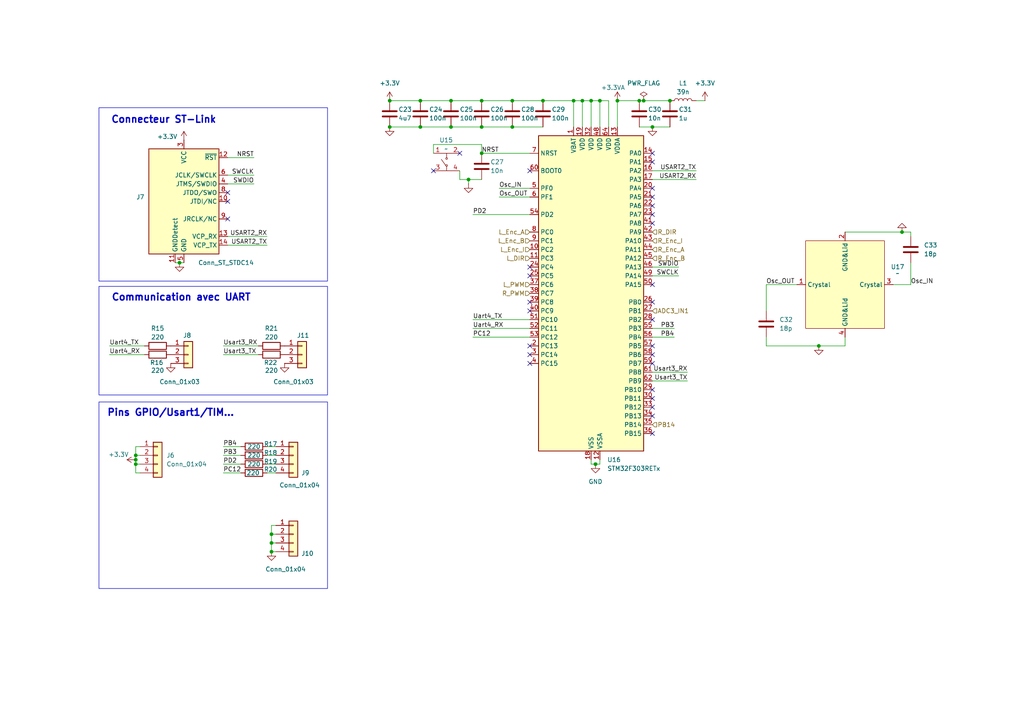
<source format=kicad_sch>
(kicad_sch (version 20250114) (generator "eeschema") (generator_version "9.0")
  (paper "A4")
  (lib_symbols
    (symbol "CFPX-104-oscillator:CFPX-104-8MHz-wurth"
      (property "Reference" "U" (at 0 0 0))
      (symbol "CFPX-104-8MHz-wurth_1_1"
        (rectangle (start -11.43 12.7) (end 11.43 -12.7) (fill (type color) (color 255 255 194 1)))
        (pin bidirectional line (at -13.97 0 0) (length 2.54) (name "Crystal") (number "1"))
        (pin power_in line (at 0 15.24 270) (length 2.54) (name "GND&Lid") (number "2"))
        (pin power_in line (at 0 -15.24 90) (length 2.54) (name "GND&Lid") (number "4"))
        (pin bidirectional line (at 13.97 0 180) (length 2.54) (name "Crystal") (number "3"))
      )
    )
    (symbol "Connector:Conn_ST_STDC14"
      (property "Reference" "J" (at -8.89 16.51 0))
      (property "Value" "Conn_ST_STDC14" (at 17.78 16.51 0))
      (symbol "Conn_ST_STDC14_0_1"
        (rectangle (start -10.16 15.24) (end 10.16 -15.24) (stroke (width 0.254)) (fill (type background)))
      )
      (symbol "Conn_ST_STDC14_1_1"
        (pin no_connect line (at -10.16 5.08 0) (length 2.54) (hide yes) (name "NC") (number "1"))
        (pin no_connect line (at -10.16 2.54 0) (length 2.54) (hide yes) (name "NC") (number "2"))
        (pin passive line (at -2.54 -17.78 90) (length 2.54) (name "GNDDetect") (number "11"))
        (pin power_in line (at 0 17.78 270) (length 2.54) (name "VCC") (number "3"))
        (pin power_in line (at 0 -17.78 90) (length 2.54) (name "GND") (number "5"))
        (pin passive line (at 0 -17.78 90) (length 2.54) (hide yes) (name "GND") (number "7"))
        (pin open_collector line (at 12.7 12.7 180) (length 2.54) (name "~{RST}") (number "12"))
        (pin output line (at 12.7 7.62 180) (length 2.54) (name "JCLK/SWCLK") (number "6"))
        (pin bidirectional line (at 12.7 5.08 180) (length 2.54) (name "JTMS/SWDIO") (number "4"))
        (pin input line (at 12.7 2.54 180) (length 2.54) (name "JTDO/SWO") (number "8"))
        (pin output line (at 12.7 0 180) (length 2.54) (name "JTDI/NC") (number "10"))
        (pin input line (at 12.7 -5.08 180) (length 2.54) (name "JRCLK/NC") (number "9"))
        (pin output line (at 12.7 -10.16 180) (length 2.54) (name "VCP_RX") (number "13"))
        (pin input line (at 12.7 -12.7 180) (length 2.54) (name "VCP_TX") (number "14"))
      )
    )
    (symbol "Connector_Generic:Conn_01x03" (pin_names (offset 1.016) (hide yes))
      (property "Reference" "J" (at 0 5.08 0))
      (property "Value" "Conn_01x03" (at 0 -5.08 0))
      (symbol "Conn_01x03_1_1"
        (rectangle (start -1.27 3.81) (end 1.27 -3.81) (stroke (width 0.254)) (fill (type background)))
        (rectangle (start -1.27 2.667) (end 0 2.413) (stroke (width 0.1524)))
        (rectangle (start -1.27 0.127) (end 0 -0.127) (stroke (width 0.1524)))
        (rectangle (start -1.27 -2.413) (end 0 -2.667) (stroke (width 0.1524)))
        (pin passive line (at -5.08 2.54 0) (length 3.81) (name "Pin_1") (number "1"))
        (pin passive line (at -5.08 0 0) (length 3.81) (name "Pin_2") (number "2"))
        (pin passive line (at -5.08 -2.54 0) (length 3.81) (name "Pin_3") (number "3"))
      )
    )
    (symbol "Connector_Generic:Conn_01x04" (pin_names (offset 1.016) (hide yes))
      (property "Reference" "J" (at 0 5.08 0))
      (property "Value" "Conn_01x04" (at 0 -7.62 0))
      (symbol "Conn_01x04_1_1"
        (rectangle (start -1.27 3.81) (end 1.27 -6.35) (stroke (width 0.254)) (fill (type background)))
        (rectangle (start -1.27 2.667) (end 0 2.413) (stroke (width 0.1524)))
        (rectangle (start -1.27 0.127) (end 0 -0.127) (stroke (width 0.1524)))
        (rectangle (start -1.27 -2.413) (end 0 -2.667) (stroke (width 0.1524)))
        (rectangle (start -1.27 -4.953) (end 0 -5.207) (stroke (width 0.1524)))
        (pin passive line (at -5.08 2.54 0) (length 3.81) (name "Pin_1") (number "1"))
        (pin passive line (at -5.08 0 0) (length 3.81) (name "Pin_2") (number "2"))
        (pin passive line (at -5.08 -2.54 0) (length 3.81) (name "Pin_3") (number "3"))
        (pin passive line (at -5.08 -5.08 0) (length 3.81) (name "Pin_4") (number "4"))
      )
    )
    (symbol "Device:C" (pin_numbers (hide yes)) (pin_names (offset 0.254))
      (property "Reference" "C" (at 0.635 2.54 0))
      (property "Value" "C" (at 0.635 -2.54 0))
      (symbol "C_0_1"
        (polyline (pts (xy -2.032 0.762) (xy 2.032 0.762)) (stroke (width 0.508)))
        (polyline (pts (xy -2.032 -0.762) (xy 2.032 -0.762)) (stroke (width 0.508)))
      )
      (symbol "C_1_1"
        (pin passive line (at 0 3.81 270) (length 2.794) (name "~") (number "1"))
        (pin passive line (at 0 -3.81 90) (length 2.794) (name "~") (number "2"))
      )
    )
    (symbol "Device:L" (pin_numbers (hide yes)) (pin_names (offset 1.016) (hide yes))
      (property "Reference" "L" (at -1.27 0 90))
      (property "Value" "L" (at 1.905 0 90))
      (symbol "L_0_1"
        (arc (start 0 2.54) (mid 0.6323 1.905) (end 0 1.27))
        (arc (start 0 1.27) (mid 0.6323 0.635) (end 0 0))
        (arc (start 0 0) (mid 0.6323 -0.635) (end 0 -1.27))
        (arc (start 0 -1.27) (mid 0.6323 -1.905) (end 0 -2.54))
      )
      (symbol "L_1_1"
        (pin passive line (at 0 3.81 270) (length 1.27) (name "1") (number "1"))
        (pin passive line (at 0 -3.81 90) (length 1.27) (name "2") (number "2"))
      )
    )
    (symbol "Device:R" (pin_numbers (hide yes)) (pin_names (offset 0))
      (property "Reference" "R" (at 2.032 0 90))
      (property "Value" "R" (at 0 0 90))
      (symbol "R_0_1"
        (rectangle (start -1.016 -2.54) (end 1.016 2.54) (stroke (width 0.254)))
      )
      (symbol "R_1_1"
        (pin passive line (at 0 3.81 270) (length 1.27) (name "~") (number "1"))
        (pin passive line (at 0 -3.81 90) (length 1.27) (name "~") (number "2"))
      )
    )
    (symbol "Generic_Switch:Switch_SMD"
      (property "Reference" "U" (at 0 -3.81 0))
      (symbol "Switch_SMD_0_1"
        (polyline (pts (xy 0 2.54) (xy 0 1.27)))
        (circle (center 0 1.016) (radius 0.254))
        (circle (center 0 -1.016) (radius 0.254))
        (polyline (pts (xy 0 -1.27) (xy 0 -2.54)))
        (polyline (pts (xy 0.254 1.016) (xy 1.524 -0.762)))
        (polyline (pts (xy 1.27 2.54) (xy -1.27 2.54)))
        (polyline (pts (xy 1.27 -2.54) (xy -1.27 -2.54)))
      )
      (symbol "Switch_SMD_1_1"
        (pin bidirectional line (at -3.81 2.54 0) (length 2.54) (name "") (number "4"))
        (pin bidirectional line (at -3.81 -2.54 0) (length 2.54) (name "") (number "2"))
        (pin bidirectional line (at 3.81 2.54 180) (length 2.54) (name "") (number "3"))
        (pin bidirectional line (at 3.81 -2.54 180) (length 2.54) (name "") (number "1"))
      )
    )
    (symbol "MCU_ST_STM32F3:STM32F303RETx"
      (property "Reference" "U" (at -15.24 46.99 0))
      (property "Value" "STM32F303RETx" (at 10.16 46.99 0))
      (symbol "STM32F303RETx_0_1"
        (rectangle (start -15.24 -45.72) (end 15.24 45.72) (stroke (width 0.254)) (fill (type background)))
      )
      (symbol "STM32F303RETx_1_1"
        (pin input line (at -17.78 40.64 0) (length 2.54) (name "NRST") (number "7"))
        (pin input line (at -17.78 35.56 0) (length 2.54) (name "BOOT0") (number "60"))
        (pin bidirectional line (at -17.78 30.48 0) (length 2.54) (name "PF0") (number "5"))
        (pin bidirectional line (at -17.78 27.94 0) (length 2.54) (name "PF1") (number "6"))
        (pin bidirectional line (at -17.78 22.86 0) (length 2.54) (name "PD2") (number "54"))
        (pin bidirectional line (at -17.78 17.78 0) (length 2.54) (name "PC0") (number "8"))
        (pin bidirectional line (at -17.78 15.24 0) (length 2.54) (name "PC1") (number "9"))
        (pin bidirectional line (at -17.78 12.7 0) (length 2.54) (name "PC2") (number "10"))
        (pin bidirectional line (at -17.78 10.16 0) (length 2.54) (name "PC3") (number "11"))
        (pin bidirectional line (at -17.78 7.62 0) (length 2.54) (name "PC4") (number "24"))
        (pin bidirectional line (at -17.78 5.08 0) (length 2.54) (name "PC5") (number "25"))
        (pin bidirectional line (at -17.78 2.54 0) (length 2.54) (name "PC6") (number "37"))
        (pin bidirectional line (at -17.78 0 0) (length 2.54) (name "PC7") (number "38"))
        (pin bidirectional line (at -17.78 -2.54 0) (length 2.54) (name "PC8") (number "39"))
        (pin bidirectional line (at -17.78 -5.08 0) (length 2.54) (name "PC9") (number "40"))
        (pin bidirectional line (at -17.78 -7.62 0) (length 2.54) (name "PC10") (number "51"))
        (pin bidirectional line (at -17.78 -10.16 0) (length 2.54) (name "PC11") (number "52"))
        (pin bidirectional line (at -17.78 -12.7 0) (length 2.54) (name "PC12") (number "53"))
        (pin bidirectional line (at -17.78 -15.24 0) (length 2.54) (name "PC13") (number "2"))
        (pin bidirectional line (at -17.78 -17.78 0) (length 2.54) (name "PC14") (number "3"))
        (pin bidirectional line (at -17.78 -20.32 0) (length 2.54) (name "PC15") (number "4"))
        (pin power_in line (at -5.08 48.26 270) (length 2.54) (name "VBAT") (number "1"))
        (pin power_in line (at -2.54 48.26 270) (length 2.54) (name "VDD") (number "19"))
        (pin power_in line (at 0 48.26 270) (length 2.54) (name "VDD") (number "32"))
        (pin power_in line (at 0 -48.26 90) (length 2.54) (name "VSS") (number "18"))
        (pin passive line (at 0 -48.26 90) (length 2.54) (hide yes) (name "VSS") (number "31"))
        (pin passive line (at 0 -48.26 90) (length 2.54) (hide yes) (name "VSS") (number "47"))
        (pin passive line (at 0 -48.26 90) (length 2.54) (hide yes) (name "VSS") (number "63"))
        (pin power_in line (at 2.54 48.26 270) (length 2.54) (name "VDD") (number "48"))
        (pin power_in line (at 2.54 -48.26 90) (length 2.54) (name "VSSA") (number "12"))
        (pin power_in line (at 5.08 48.26 270) (length 2.54) (name "VDD") (number "64"))
        (pin power_in line (at 7.62 48.26 270) (length 2.54) (name "VDDA") (number "13"))
        (pin bidirectional line (at 17.78 40.64 180) (length 2.54) (name "PA0") (number "14"))
        (pin bidirectional line (at 17.78 38.1 180) (length 2.54) (name "PA1") (number "15"))
        (pin bidirectional line (at 17.78 35.56 180) (length 2.54) (name "PA2") (number "16"))
        (pin bidirectional line (at 17.78 33.02 180) (length 2.54) (name "PA3") (number "17"))
        (pin bidirectional line (at 17.78 30.48 180) (length 2.54) (name "PA4") (number "20"))
        (pin bidirectional line (at 17.78 27.94 180) (length 2.54) (name "PA5") (number "21"))
        (pin bidirectional line (at 17.78 25.4 180) (length 2.54) (name "PA6") (number "22"))
        (pin bidirectional line (at 17.78 22.86 180) (length 2.54) (name "PA7") (number "23"))
        (pin bidirectional line (at 17.78 20.32 180) (length 2.54) (name "PA8") (number "41"))
        (pin bidirectional line (at 17.78 17.78 180) (length 2.54) (name "PA9") (number "42"))
        (pin bidirectional line (at 17.78 15.24 180) (length 2.54) (name "PA10") (number "43"))
        (pin bidirectional line (at 17.78 12.7 180) (length 2.54) (name "PA11") (number "44"))
        (pin bidirectional line (at 17.78 10.16 180) (length 2.54) (name "PA12") (number "45"))
        (pin bidirectional line (at 17.78 7.62 180) (length 2.54) (name "PA13") (number "46"))
        (pin bidirectional line (at 17.78 5.08 180) (length 2.54) (name "PA14") (number "49"))
        (pin bidirectional line (at 17.78 2.54 180) (length 2.54) (name "PA15") (number "50"))
        (pin bidirectional line (at 17.78 -2.54 180) (length 2.54) (name "PB0") (number "26"))
        (pin bidirectional line (at 17.78 -5.08 180) (length 2.54) (name "PB1") (number "27"))
        (pin bidirectional line (at 17.78 -7.62 180) (length 2.54) (name "PB2") (number "28"))
        (pin bidirectional line (at 17.78 -10.16 180) (length 2.54) (name "PB3") (number "55"))
        (pin bidirectional line (at 17.78 -12.7 180) (length 2.54) (name "PB4") (number "56"))
        (pin bidirectional line (at 17.78 -15.24 180) (length 2.54) (name "PB5") (number "57"))
        (pin bidirectional line (at 17.78 -17.78 180) (length 2.54) (name "PB6") (number "58"))
        (pin bidirectional line (at 17.78 -20.32 180) (length 2.54) (name "PB7") (number "59"))
        (pin bidirectional line (at 17.78 -22.86 180) (length 2.54) (name "PB8") (number "61"))
        (pin bidirectional line (at 17.78 -25.4 180) (length 2.54) (name "PB9") (number "62"))
        (pin bidirectional line (at 17.78 -27.94 180) (length 2.54) (name "PB10") (number "29"))
        (pin bidirectional line (at 17.78 -30.48 180) (length 2.54) (name "PB11") (number "30"))
        (pin bidirectional line (at 17.78 -33.02 180) (length 2.54) (name "PB12") (number "33"))
        (pin bidirectional line (at 17.78 -35.56 180) (length 2.54) (name "PB13") (number "34"))
        (pin bidirectional line (at 17.78 -38.1 180) (length 2.54) (name "PB14") (number "35"))
        (pin bidirectional line (at 17.78 -40.64 180) (length 2.54) (name "PB15") (number "36"))
      )
    )
    (symbol "power:+3.3V" (power) (pin_numbers (hide yes)) (pin_names (offset 0) (hide yes))
      (property "Value" "+3.3V" (at 0 3.556 0))
      (symbol "+3.3V_0_1"
        (polyline (pts (xy -0.762 1.27) (xy 0 2.54)))
        (polyline (pts (xy 0 2.54) (xy 0.762 1.27)))
        (polyline (pts (xy 0 0) (xy 0 2.54)))
      )
      (symbol "+3.3V_1_1"
        (pin power_in line (at 0 0 90) (length 0) (name "~") (number "1"))
      )
    )
    (symbol "power:+3.3VA" (power) (pin_numbers (hide yes)) (pin_names (offset 0) (hide yes))
      (property "Value" "+3.3VA" (at 0 3.556 0))
      (symbol "+3.3VA_0_1"
        (polyline (pts (xy -0.762 1.27) (xy 0 2.54)))
        (polyline (pts (xy 0 2.54) (xy 0.762 1.27)))
        (polyline (pts (xy 0 0) (xy 0 2.54)))
      )
      (symbol "+3.3VA_1_1"
        (pin power_in line (at 0 0 90) (length 0) (name "~") (number "1"))
      )
    )
    (symbol "power:GND" (power) (pin_numbers (hide yes)) (pin_names (offset 0) (hide yes))
      (property "Value" "GND" (at 0 -3.81 0))
      (symbol "GND_0_1"
        (polyline (pts (xy 0 0) (xy 0 -1.27) (xy 1.27 -1.27) (xy 0 -2.54) (xy -1.27 -1.27) (xy 0 -1.27)))
      )
      (symbol "GND_1_1"
        (pin power_in line (at 0 0 270) (length 0) (name "~") (number "1"))
      )
    )
    (symbol "power:PWR_FLAG" (power) (pin_numbers (hide yes)) (pin_names (offset 0) (hide yes))
      (property "Value" "PWR_FLAG" (at 0 3.81 0))
      (symbol "PWR_FLAG_0_0"
        (pin power_out line (at 0 0 90) (length 0) (name "~") (number "1"))
      )
      (symbol "PWR_FLAG_0_1"
        (polyline (pts (xy 0 0) (xy 0 1.27) (xy -1.016 1.905) (xy 0 2.54) (xy 1.016 1.905) (xy 0 1.27)))
      )
    )
  )
  (rectangle (start 28.702 83.058) (end 94.996 114.554))
  (rectangle (start 28.702 31.242) (end 94.996 81.534))
  (rectangle (start 28.702 116.586) (end 94.996 170.688))
  (text "Pins GPIO/Usart1/TIM... \n\n" (at 50.292 121.412 0) (effects (font (size 2 2) (thickness 0.4) (bold yes))))
  (text "Communication avec UART\n" (at 52.578 86.36 0) (effects (font (size 2 2) (thickness 0.4) (bold yes))))
  (text "Connecteur ST-Link\n" (at 47.498 34.798 0) (effects (font (size 2 2) (thickness 0.4) (bold yes))))
  (junction (at 173.99 29.21))
  (junction (at 113.03 36.83))
  (junction (at 179.07 29.21))
  (junction (at 121.92 29.21))
  (junction (at 39.37 133.35))
  (junction (at 78.74 157.48))
  (junction (at 185.42 29.21))
  (junction (at 113.03 29.21))
  (junction (at 130.81 29.21))
  (junction (at 186.69 29.21))
  (junction (at 39.37 134.62))
  (junction (at 39.37 132.08))
  (junction (at 194.31 29.21))
  (junction (at 135.89 52.07))
  (junction (at 139.7 36.83))
  (junction (at 139.7 44.45))
  (junction (at 157.48 29.21))
  (junction (at 237.49 100.33))
  (junction (at 168.91 29.21))
  (junction (at 189.23 36.83))
  (junction (at 78.74 160.02))
  (junction (at 172.72 134.62))
  (junction (at 52.07 76.2))
  (junction (at 78.74 154.94))
  (junction (at 171.45 29.21))
  (junction (at 148.59 29.21))
  (junction (at 121.92 36.83))
  (junction (at 139.7 29.21))
  (junction (at 261.62 67.31))
  (junction (at 130.81 36.83))
  (junction (at 148.59 36.83))
  (junction (at 166.37 29.21))
  (no_connect (at 189.23 125.73))
  (no_connect (at 66.04 55.88))
  (no_connect (at 189.23 118.11))
  (no_connect (at 189.23 64.77))
  (no_connect (at 189.23 46.99))
  (no_connect (at 66.04 58.42))
  (no_connect (at 189.23 120.65))
  (no_connect (at 125.73 49.53))
  (no_connect (at 189.23 87.63))
  (no_connect (at 133.35 44.45))
  (no_connect (at 66.04 63.5))
  (no_connect (at 153.67 90.17))
  (no_connect (at 189.23 102.87))
  (no_connect (at 189.23 105.41))
  (no_connect (at 189.23 82.55))
  (no_connect (at 189.23 54.61))
  (no_connect (at 189.23 113.03))
  (no_connect (at 189.23 92.71))
  (no_connect (at 189.23 62.23))
  (no_connect (at 189.23 57.15))
  (no_connect (at 153.67 102.87))
  (no_connect (at 189.23 115.57))
  (no_connect (at 153.67 87.63))
  (no_connect (at 153.67 80.01))
  (no_connect (at 153.67 105.41))
  (no_connect (at 189.23 59.69))
  (no_connect (at 189.23 100.33))
  (no_connect (at 153.67 77.47))
  (no_connect (at 189.23 44.45))
  (no_connect (at 153.67 49.53))
  (no_connect (at 153.67 100.33))
  (wire (pts (xy 31.75 102.87) (xy 41.91 102.87)))
  (wire (pts (xy 137.16 97.79) (xy 153.67 97.79)))
  (wire (pts (xy 264.16 82.55) (xy 264.16 76.2)))
  (wire (pts (xy 50.8 76.2) (xy 52.07 76.2)))
  (wire (pts (xy 166.37 29.21) (xy 168.91 29.21)))
  (wire (pts (xy 261.62 67.31) (xy 245.11 67.31)))
  (wire (pts (xy 113.03 36.83) (xy 121.92 36.83)))
  (wire (pts (xy 264.16 68.58) (xy 264.16 67.31)))
  (wire (pts (xy 137.16 95.25) (xy 153.67 95.25)))
  (wire (pts (xy 171.45 29.21) (xy 168.91 29.21)))
  (wire (pts (xy 73.66 50.8) (xy 66.04 50.8)))
  (wire (pts (xy 186.69 29.21) (xy 194.31 29.21)))
  (wire (pts (xy 179.07 29.21) (xy 179.07 36.83)))
  (wire (pts (xy 113.03 29.21) (xy 121.92 29.21)))
  (wire (pts (xy 125.73 41.91) (xy 139.7 41.91)))
  (wire (pts (xy 172.72 134.62) (xy 173.99 134.62)))
  (wire (pts (xy 130.81 29.21) (xy 139.7 29.21)))
  (wire (pts (xy 73.66 53.34) (xy 66.04 53.34)))
  (wire (pts (xy 135.89 52.07) (xy 139.7 52.07)))
  (wire (pts (xy 69.85 129.54) (xy 64.77 129.54)))
  (wire (pts (xy 64.77 102.87) (xy 74.93 102.87)))
  (wire (pts (xy 69.85 132.08) (xy 64.77 132.08)))
  (wire (pts (xy 171.45 29.21) (xy 171.45 36.83)))
  (wire (pts (xy 196.85 80.01) (xy 189.23 80.01)))
  (wire (pts (xy 139.7 41.91) (xy 139.7 44.45)))
  (wire (pts (xy 133.35 49.53) (xy 133.35 52.07)))
  (wire (pts (xy 39.37 134.62) (xy 39.37 137.16)))
  (wire (pts (xy 137.16 92.71) (xy 153.67 92.71)))
  (wire (pts (xy 222.25 90.17) (xy 222.25 82.55)))
  (wire (pts (xy 157.48 29.21) (xy 166.37 29.21)))
  (wire (pts (xy 137.16 62.23) (xy 153.67 62.23)))
  (wire (pts (xy 199.39 107.95) (xy 189.23 107.95)))
  (wire (pts (xy 173.99 134.62) (xy 173.99 133.35)))
  (wire (pts (xy 222.25 82.55) (xy 231.14 82.55)))
  (wire (pts (xy 125.73 44.45) (xy 125.73 41.91)))
  (wire (pts (xy 222.25 100.33) (xy 237.49 100.33)))
  (wire (pts (xy 259.08 82.55) (xy 264.16 82.55)))
  (wire (pts (xy 264.16 67.31) (xy 261.62 67.31)))
  (wire (pts (xy 185.42 36.83) (xy 189.23 36.83)))
  (wire (pts (xy 168.91 29.21) (xy 168.91 36.83)))
  (wire (pts (xy 77.47 68.58) (xy 66.04 68.58)))
  (wire (pts (xy 130.81 36.83) (xy 139.7 36.83)))
  (wire (pts (xy 77.47 71.12) (xy 66.04 71.12)))
  (wire (pts (xy 176.53 36.83) (xy 176.53 29.21)))
  (wire (pts (xy 166.37 29.21) (xy 166.37 36.83)))
  (wire (pts (xy 78.74 154.94) (xy 80.01 154.94)))
  (wire (pts (xy 245.11 100.33) (xy 245.11 97.79)))
  (wire (pts (xy 171.45 134.62) (xy 171.45 133.35)))
  (wire (pts (xy 201.93 52.07) (xy 189.23 52.07)))
  (wire (pts (xy 78.74 152.4) (xy 78.74 154.94)))
  (wire (pts (xy 77.47 129.54) (xy 80.01 129.54)))
  (wire (pts (xy 121.92 36.83) (xy 130.81 36.83)))
  (wire (pts (xy 39.37 137.16) (xy 40.64 137.16)))
  (wire (pts (xy 171.45 134.62) (xy 172.72 134.62)))
  (wire (pts (xy 237.49 100.33) (xy 245.11 100.33)))
  (wire (pts (xy 195.58 97.79) (xy 189.23 97.79)))
  (wire (pts (xy 148.59 29.21) (xy 157.48 29.21)))
  (wire (pts (xy 39.37 129.54) (xy 40.64 129.54)))
  (wire (pts (xy 201.93 29.21) (xy 204.47 29.21)))
  (wire (pts (xy 171.45 29.21) (xy 173.99 29.21)))
  (wire (pts (xy 133.35 52.07) (xy 135.89 52.07)))
  (wire (pts (xy 77.47 134.62) (xy 80.01 134.62)))
  (wire (pts (xy 199.39 110.49) (xy 189.23 110.49)))
  (wire (pts (xy 52.07 76.2) (xy 53.34 76.2)))
  (wire (pts (xy 139.7 29.21) (xy 148.59 29.21)))
  (wire (pts (xy 78.74 154.94) (xy 78.74 157.48)))
  (wire (pts (xy 144.78 54.61) (xy 153.67 54.61)))
  (wire (pts (xy 31.75 100.33) (xy 41.91 100.33)))
  (wire (pts (xy 189.23 36.83) (xy 194.31 36.83)))
  (wire (pts (xy 222.25 100.33) (xy 222.25 97.79)))
  (wire (pts (xy 39.37 133.35) (xy 39.37 134.62)))
  (wire (pts (xy 195.58 95.25) (xy 189.23 95.25)))
  (wire (pts (xy 39.37 132.08) (xy 40.64 132.08)))
  (wire (pts (xy 39.37 132.08) (xy 39.37 133.35)))
  (wire (pts (xy 196.85 77.47) (xy 189.23 77.47)))
  (wire (pts (xy 201.93 49.53) (xy 189.23 49.53)))
  (wire (pts (xy 78.74 157.48) (xy 78.74 160.02)))
  (wire (pts (xy 139.7 36.83) (xy 148.59 36.83)))
  (wire (pts (xy 173.99 29.21) (xy 173.99 36.83)))
  (wire (pts (xy 148.59 36.83) (xy 157.48 36.83)))
  (wire (pts (xy 39.37 134.62) (xy 40.64 134.62)))
  (wire (pts (xy 69.85 134.62) (xy 64.77 134.62)))
  (wire (pts (xy 78.74 160.02) (xy 80.01 160.02)))
  (wire (pts (xy 39.37 129.54) (xy 39.37 132.08)))
  (wire (pts (xy 69.85 137.16) (xy 64.77 137.16)))
  (wire (pts (xy 77.47 137.16) (xy 80.01 137.16)))
  (wire (pts (xy 121.92 29.21) (xy 130.81 29.21)))
  (wire (pts (xy 185.42 29.21) (xy 186.69 29.21)))
  (wire (pts (xy 77.47 132.08) (xy 80.01 132.08)))
  (wire (pts (xy 179.07 29.21) (xy 185.42 29.21)))
  (wire (pts (xy 78.74 152.4) (xy 80.01 152.4)))
  (wire (pts (xy 176.53 29.21) (xy 173.99 29.21)))
  (wire (pts (xy 73.66 45.72) (xy 66.04 45.72)))
  (wire (pts (xy 135.89 53.34) (xy 135.89 52.07)))
  (wire (pts (xy 139.7 44.45) (xy 153.67 44.45)))
  (wire (pts (xy 78.74 157.48) (xy 80.01 157.48)))
  (wire (pts (xy 144.78 57.15) (xy 153.67 57.15)))
  (wire (pts (xy 64.77 100.33) (xy 74.93 100.33)))
  (label "PB3" (at 195.58 95.25 180) (effects (font (thickness 0.1588))))
  (label "USART2_RX" (at 201.93 52.07 180))
  (label "Uart4_TX" (at 31.75 100.33 0))
  (label "PB4" (at 64.77 129.54 0) (effects (font (thickness 0.1588))))
  (label "PB3" (at 64.77 132.08 0) (effects (font (thickness 0.1588))))
  (label "Osc_IN" (at 264.16 82.55 0))
  (label "PC12" (at 137.16 97.79 0) (effects (font (thickness 0.1588))))
  (label "Osc_OUT" (at 144.78 57.15 0))
  (label "Usart3_TX" (at 64.77 102.87 0))
  (label "NRST" (at 73.66 45.72 180) (effects (font (thickness 0.1588))))
  (label "NRST" (at 139.7 44.45 0) (effects (font (thickness 0.1588))))
  (label "SWDIO" (at 196.85 77.47 180))
  (label "Usart3_TX" (at 199.39 110.49 180))
  (label "Osc_IN" (at 144.78 54.61 0))
  (label "SWCLK" (at 73.66 50.8 180))
  (label "SWDIO" (at 73.66 53.34 180))
  (label "Usart3_RX" (at 64.77 100.33 0))
  (label "PC12" (at 64.77 137.16 0) (effects (font (thickness 0.1588))))
  (label "USART2_TX" (at 77.47 71.12 180))
  (label "Uart4_RX" (at 31.75 102.87 0))
  (label "Uart4_TX" (at 137.16 92.71 0))
  (label "USART2_RX" (at 77.47 68.58 180))
  (label "Uart4_RX" (at 137.16 95.25 0))
  (label "USART2_TX" (at 201.93 49.53 180))
  (label "SWCLK" (at 196.85 80.01 180))
  (label "PB4" (at 195.58 97.79 180) (effects (font (thickness 0.1588))))
  (label "PD2" (at 137.16 62.23 0) (effects (font (thickness 0.1588))))
  (label "Osc_OUT" (at 222.25 82.55 0))
  (label "PD2" (at 64.77 134.62 0) (effects (font (thickness 0.1588))))
  (label "Usart3_RX" (at 199.39 107.95 180))
  (hierarchical_label "R_DIR" (shape input) (at 189.23 67.31 0))
  (hierarchical_label "L_Enc_I" (shape input) (at 153.67 72.39 180))
  (hierarchical_label "ADC3_IN1" (shape input) (at 189.23 90.17 0))
  (hierarchical_label "R_Enc_B" (shape input) (at 189.23 74.93 0))
  (hierarchical_label "L_PWM" (shape input) (at 153.67 82.55 180))
  (hierarchical_label "L_Enc_B" (shape input) (at 153.67 69.85 180))
  (hierarchical_label "R_PWM" (shape input) (at 153.67 85.09 180))
  (hierarchical_label "L_Enc_A" (shape input) (at 153.67 67.31 180))
  (hierarchical_label "R_Enc_I" (shape input) (at 189.23 69.85 0))
  (hierarchical_label "L_DIR" (shape input) (at 153.67 74.93 180))
  (hierarchical_label "PB14" (shape input) (at 189.23 123.19 0))
  (hierarchical_label "R_Enc_A" (shape input) (at 189.23 72.39 0))
  (symbol (lib_id "Device:R") (at 73.66 134.62 90) (unit 1)
    (property "Reference" "R19" (at 78.486 133.858 90))
    (property "Value" "220" (at 73.66 134.62 90))
    (property "Footprint" "Resistor_SMD:R_0402_1005Metric" (effects (hide yes)))
    (property "Description" "Resistor" (effects (hide yes)))
  )
  (symbol (lib_id "Device:L") (at 198.12 29.21 90) (unit 1)
    (property "Reference" "L1" (at 198.12 24.13 90))
    (property "Value" "39n" (at 198.12 26.67 90))
    (property "Footprint" "Inductor_SMD:L_0603_1608Metric" (effects (hide yes)))
    (property "Description" "Inductor" (effects (hide yes)))
  )
  (symbol (lib_id "Device:R") (at 78.74 100.33 90) (unit 1)
    (property "Reference" "R21" (at 78.74 95.25 90))
    (property "Value" "220" (at 78.74 97.79 90))
    (property "Footprint" "Resistor_SMD:R_0402_1005Metric" (effects (hide yes)))
    (property "Description" "Resistor" (effects (hide yes)))
  )
  (symbol (lib_id "Device:C") (at 130.81 33.02 0) (unit 1)
    (property "Reference" "C25" (at 133.35 31.75 0) (effects (justify left)))
    (property "Value" "100n" (at 133.35 34.29 0) (effects (justify left)))
    (property "Footprint" "Capacitor_SMD:C_0402_1005Metric" (effects (hide yes)))
    (property "Description" "Unpolarized capacitor" (effects (hide yes)))
  )
  (symbol (lib_id "MCU_ST_STM32F3:STM32F303RETx") (at 171.45 85.09 0) (unit 1)
    (property "Reference" "U16" (at 176.1333 133.35 0) (effects (justify left)))
    (property "Value" "STM32F303RETx" (at 176.1333 135.89 0) (effects (justify left)))
    (property "Footprint" "Package_QFP:LQFP-64_10x10mm_P0.5mm" (effects (hide yes)))
    (property "Datasheet" "https://www.st.com/resource/en/datasheet/stm32f303re.pdf" (effects (hide yes)))
    (property "Description" "STMicroelectronics Arm Cortex-M4 MCU, 512KB flash, 80KB RAM, 72 MHz, 2.0-3.6V, 51 GPIO, LQFP64" (effects (hide yes)))
  )
  (symbol (lib_id "Device:C") (at 157.48 33.02 0) (unit 1)
    (property "Reference" "C29" (at 160.02 31.75 0) (effects (justify left)))
    (property "Value" "100n" (at 160.02 34.29 0) (effects (justify left)))
    (property "Footprint" "Capacitor_SMD:C_0402_1005Metric" (effects (hide yes)))
    (property "Description" "Unpolarized capacitor" (effects (hide yes)))
  )
  (symbol (lib_id "Connector:Conn_ST_STDC14") (at 53.34 58.42 0) (unit 1)
    (property "Reference" "J7" (at 41.91 57.1499 0) (effects (justify right)))
    (property "Value" "Conn_ST_STDC14" (at 73.66 76.2 0) (effects (justify right)))
    (property "Footprint" "Connector_PinHeader_1.27mm:PinHeader_2x07_P1.27mm_Vertical_SMD" (effects (hide yes)))
    (property "Datasheet" "https://www.st.com/content/ccc/resource/technical/document/user_manual/group1/99/49/91/b6/b2/3a/46/e5/DM00526767/files/DM00526767.pdf/jcr:content/translations/en.DM00526767.pdf" (effects (hide yes)))
    (property "Description" "ST Debug Connector, standard ARM Cortex-M SWD and JTAG interface plus UART" (effects (hide yes)))
  )
  (symbol (lib_id "power:GND") (at 82.55 105.41 0) (unit 1)
    (property "Reference" "#PWR059" (effects (hide yes)))
    (property "Value" "GND" (effects (hide yes)))
    (property "Description" "Power symbol creates a global label with name \"GND\" , ground" (effects (hide yes)))
  )
  (symbol (lib_id "power:GND") (at 261.62 67.31 180) (unit 1)
    (property "Reference" "#PWR068" (effects (hide yes)))
    (property "Value" "GND" (effects (hide yes)))
    (property "Description" "Power symbol creates a global label with name \"GND\" , ground" (effects (hide yes)))
  )
  (symbol (lib_id "Connector_Generic:Conn_01x03") (at 87.63 102.87 0) (unit 1)
    (property "Reference" "J11" (at 86.106 97.282 0) (effects (justify left)))
    (property "Value" "Conn_01x03" (at 79.248 110.744 0) (effects (justify left)))
    (property "Footprint" "Connector_JST:JST_PH_B3B-PH-K_1x03_P2.00mm_Vertical" (effects (hide yes)))
    (property "Description" "Generic connector, single row, 01x03, script generated (kicad-library-utils/schlib/autogen/connector/)" (effects (hide yes)))
  )
  (symbol (lib_id "Device:R") (at 73.66 132.08 90) (unit 1)
    (property "Reference" "R18" (at 78.486 131.318 90))
    (property "Value" "220" (at 73.66 132.08 90))
    (property "Footprint" "Resistor_SMD:R_0402_1005Metric" (effects (hide yes)))
    (property "Description" "Resistor" (effects (hide yes)))
  )
  (symbol (lib_id "Device:R") (at 45.72 102.87 90) (unit 1)
    (property "Reference" "R16" (at 45.466 105.156 90))
    (property "Value" "220" (at 45.72 107.442 90))
    (property "Footprint" "Resistor_SMD:R_0402_1005Metric" (effects (hide yes)))
    (property "Description" "Resistor" (effects (hide yes)))
  )
  (symbol (lib_id "power:GND") (at 49.53 105.41 0) (unit 1)
    (property "Reference" "#PWR055" (effects (hide yes)))
    (property "Value" "GND" (effects (hide yes)))
    (property "Description" "Power symbol creates a global label with name \"GND\" , ground" (effects (hide yes)))
  )
  (symbol (lib_id "power:GND") (at 113.03 36.83 0) (unit 1)
    (property "Reference" "#PWR061" (effects (hide yes)))
    (property "Value" "GND" (effects (hide yes)))
    (property "Description" "Power symbol creates a global label with name \"GND\" , ground" (effects (hide yes)))
  )
  (symbol (lib_id "Generic_Switch:Switch_SMD") (at 129.54 46.99 180) (unit 1)
    (property "Reference" "U15" (at 129.413 40.64 0))
    (property "Value" "~" (at 129.413 43.18 0))
    (property "Footprint" "switch:WS-TASU SMT Tact Switch 4.7x3.5 mm side push" (effects (hide yes)))
  )
  (symbol (lib_id "Connector_Generic:Conn_01x04") (at 85.09 132.08 0) (unit 1)
    (property "Reference" "J9" (at 87.376 137.16 0) (effects (justify left)))
    (property "Value" "Conn_01x04" (at 81.026 140.716 0) (effects (justify left)))
    (property "Footprint" "Connector_PinHeader_2.54mm:PinHeader_1x04_P2.54mm_Vertical" (effects (hide yes)))
    (property "Description" "Generic connector, single row, 01x04, script generated (kicad-library-utils/schlib/autogen/connector/)" (effects (hide yes)))
  )
  (symbol (lib_id "power:PWR_FLAG") (at 186.69 29.21 0) (unit 1)
    (property "Reference" "#FLG03" (effects (hide yes)))
    (property "Value" "PWR_FLAG" (at 186.69 24.13 0))
    (property "Description" "Special symbol for telling ERC where power comes from" (effects (hide yes)))
  )
  (symbol (lib_id "Connector_Generic:Conn_01x04") (at 85.09 154.94 0) (unit 1)
    (property "Reference" "J10" (at 87.376 160.528 0) (effects (justify left)))
    (property "Value" "Conn_01x04" (at 76.962 165.1 0) (effects (justify left)))
    (property "Footprint" "Connector_PinHeader_2.54mm:PinHeader_1x04_P2.54mm_Vertical" (effects (hide yes)))
    (property "Description" "Generic connector, single row, 01x04, script generated (kicad-library-utils/schlib/autogen/connector/)" (effects (hide yes)))
  )
  (symbol (lib_id "Device:C") (at 139.7 33.02 0) (unit 1)
    (property "Reference" "C26" (at 142.24 31.75 0) (effects (justify left)))
    (property "Value" "100n" (at 142.24 34.29 0) (effects (justify left)))
    (property "Footprint" "Capacitor_SMD:C_0402_1005Metric" (effects (hide yes)))
    (property "Description" "Unpolarized capacitor" (effects (hide yes)))
  )
  (symbol (lib_id "power:GND") (at 78.74 160.02 0) (unit 1)
    (property "Reference" "#PWR058" (effects (hide yes)))
    (property "Value" "GND" (effects (hide yes)))
    (property "Description" "Power symbol creates a global label with name \"GND\" , ground" (effects (hide yes)))
  )
  (symbol (lib_id "Device:R") (at 45.72 100.33 90) (unit 1)
    (property "Reference" "R15" (at 45.72 95.25 90))
    (property "Value" "220" (at 45.72 97.79 90))
    (property "Footprint" "Resistor_SMD:R_0402_1005Metric" (effects (hide yes)))
    (property "Description" "Resistor" (effects (hide yes)))
  )
  (symbol (lib_id "power:+3.3V") (at 39.37 133.35 90) (unit 1)
    (property "Reference" "#PWR054" (effects (hide yes)))
    (property "Value" "+3.3V" (at 37.338 131.826 90) (effects (justify left)))
    (property "Description" "Power symbol creates a global label with name \"+3.3V\"" (effects (hide yes)))
  )
  (symbol (lib_id "CFPX-104-oscillator:CFPX-104-8MHz-wurth") (at 245.11 82.55 0) (unit 1)
    (property "Reference" "U17" (at 260.35 77.3998 0))
    (property "Value" "~" (at 260.35 79.3049 0))
    (property "Footprint" "Oscillator:WE-XTAL Quartz Crystal 8MHz" (effects (hide yes)))
    (property "Datasheet" "https://www.we-online.com/components/products/datasheet/830026380.pdf" (effects (hide yes)))
    (property "Description" "WE-XTAL Quartz Crystal 8MHz" (effects (hide yes)))
  )
  (symbol (lib_id "Device:C") (at 185.42 33.02 0) (unit 1)
    (property "Reference" "C30" (at 187.96 31.75 0) (effects (justify left)))
    (property "Value" "10n" (at 187.96 34.29 0) (effects (justify left)))
    (property "Footprint" "Capacitor_SMD:C_0402_1005Metric" (effects (hide yes)))
    (property "Description" "Unpolarized capacitor" (effects (hide yes)))
  )
  (symbol (lib_id "Device:C") (at 139.7 48.26 0) (unit 1)
    (property "Reference" "C27" (at 142.24 46.99 0) (effects (justify left)))
    (property "Value" "10n" (at 142.24 49.53 0) (effects (justify left)))
    (property "Footprint" "Capacitor_SMD:C_0402_1005Metric" (effects (hide yes)))
    (property "Description" "Unpolarized capacitor" (effects (hide yes)))
  )
  (symbol (lib_id "Connector_Generic:Conn_01x03") (at 54.61 102.87 0) (unit 1)
    (property "Reference" "J8" (at 53.086 97.282 0) (effects (justify left)))
    (property "Value" "Conn_01x03" (at 46.228 110.744 0) (effects (justify left)))
    (property "Footprint" "Connector_JST:JST_PH_B3B-PH-K_1x03_P2.00mm_Vertical" (effects (hide yes)))
    (property "Description" "Generic connector, single row, 01x03, script generated (kicad-library-utils/schlib/autogen/connector/)" (effects (hide yes)))
  )
  (symbol (lib_id "Device:R") (at 73.66 129.54 90) (unit 1)
    (property "Reference" "R17" (at 78.486 128.778 90))
    (property "Value" "220" (at 73.66 129.54 90))
    (property "Footprint" "Resistor_SMD:R_0402_1005Metric" (effects (hide yes)))
    (property "Description" "Resistor" (effects (hide yes)))
  )
  (symbol (lib_id "Connector_Generic:Conn_01x04") (at 45.72 132.08 0) (unit 1)
    (property "Reference" "J6" (at 48.26 132.0799 0) (effects (justify left)))
    (property "Value" "Conn_01x04" (at 48.26 134.6199 0) (effects (justify left)))
    (property "Footprint" "Connector_PinHeader_2.54mm:PinHeader_1x04_P2.54mm_Vertical" (effects (hide yes)))
    (property "Description" "Generic connector, single row, 01x04, script generated (kicad-library-utils/schlib/autogen/connector/)" (effects (hide yes)))
  )
  (symbol (lib_id "Device:C") (at 121.92 33.02 0) (unit 1)
    (property "Reference" "C24" (at 124.46 31.75 0) (effects (justify left)))
    (property "Value" "100n" (at 124.46 34.29 0) (effects (justify left)))
    (property "Footprint" "Capacitor_SMD:C_0402_1005Metric" (effects (hide yes)))
    (property "Description" "Unpolarized capacitor" (effects (hide yes)))
  )
  (symbol (lib_id "Device:R") (at 78.74 102.87 90) (unit 1)
    (property "Reference" "R22" (at 78.486 105.156 90))
    (property "Value" "220" (at 78.74 107.442 90))
    (property "Footprint" "Resistor_SMD:R_0402_1005Metric" (effects (hide yes)))
    (property "Description" "Resistor" (effects (hide yes)))
  )
  (symbol (lib_id "Device:C") (at 148.59 33.02 0) (unit 1)
    (property "Reference" "C28" (at 151.13 31.75 0) (effects (justify left)))
    (property "Value" "100n" (at 151.13 34.29 0) (effects (justify left)))
    (property "Footprint" "Capacitor_SMD:C_0402_1005Metric" (effects (hide yes)))
    (property "Description" "Unpolarized capacitor" (effects (hide yes)))
  )
  (symbol (lib_id "power:GND") (at 52.07 76.2 0) (unit 1)
    (property "Reference" "#PWR056" (effects (hide yes)))
    (property "Value" "GND" (effects (hide yes)))
    (property "Description" "Power symbol creates a global label with name \"GND\" , ground" (effects (hide yes)))
  )
  (symbol (lib_id "power:+3.3VA") (at 179.07 29.21 0) (unit 1)
    (property "Reference" "#PWR064" (effects (hide yes)))
    (property "Value" "+3.3VA" (at 177.8 25.4 0))
    (property "Description" "Power symbol creates a global label with name \"+3.3VA\"" (effects (hide yes)))
  )
  (symbol (lib_id "Device:R") (at 73.66 137.16 90) (unit 1)
    (property "Reference" "R20" (at 78.486 136.144 90))
    (property "Value" "220" (at 73.406 137.16 90))
    (property "Footprint" "Resistor_SMD:R_0402_1005Metric" (effects (hide yes)))
    (property "Description" "Resistor" (effects (hide yes)))
  )
  (symbol (lib_id "power:+3.3V") (at 204.47 29.21 0) (unit 1)
    (property "Reference" "#PWR066" (effects (hide yes)))
    (property "Value" "+3.3V" (at 204.47 24.13 0))
    (property "Description" "Power symbol creates a global label with name \"+3.3V\"" (effects (hide yes)))
  )
  (symbol (lib_id "Device:C") (at 222.25 93.98 0) (unit 1)
    (property "Reference" "C32" (at 226.06 92.7099 0) (effects (justify left)))
    (property "Value" "18p" (at 226.06 95.2499 0) (effects (justify left)))
    (property "Footprint" "Capacitor_SMD:C_0603_1608Metric" (effects (hide yes)))
    (property "Description" "Unpolarized capacitor" (effects (hide yes)))
  )
  (symbol (lib_id "Device:C") (at 194.31 33.02 0) (unit 1)
    (property "Reference" "C31" (at 196.85 31.75 0) (effects (justify left)))
    (property "Value" "1u" (at 196.85 34.29 0) (effects (justify left)))
    (property "Footprint" "Capacitor_SMD:C_0402_1005Metric" (effects (hide yes)))
    (property "Description" "Unpolarized capacitor" (effects (hide yes)))
  )
  (symbol (lib_id "power:GND") (at 189.23 36.83 0) (unit 1)
    (property "Reference" "#PWR065" (effects (hide yes)))
    (property "Value" "GND" (effects (hide yes)))
    (property "Description" "Power symbol creates a global label with name \"GND\" , ground" (effects (hide yes)))
  )
  (symbol (lib_id "power:GND") (at 237.49 100.33 0) (unit 1)
    (property "Reference" "#PWR067" (effects (hide yes)))
    (property "Value" "GND" (effects (hide yes)))
    (property "Description" "Power symbol creates a global label with name \"GND\" , ground" (effects (hide yes)))
  )
  (symbol (lib_id "power:GND") (at 172.72 134.62 0) (unit 1)
    (property "Reference" "#PWR063" (effects (hide yes)))
    (property "Value" "GND" (at 172.72 139.7 0))
    (property "Description" "Power symbol creates a global label with name \"GND\" , ground" (effects (hide yes)))
  )
  (symbol (lib_id "Device:C") (at 113.03 33.02 0) (unit 1)
    (property "Reference" "C23" (at 115.57 31.75 0) (effects (justify left)))
    (property "Value" "4u7" (at 115.57 34.29 0) (effects (justify left)))
    (property "Footprint" "Capacitor_SMD:C_0402_1005Metric" (effects (hide yes)))
    (property "Description" "Unpolarized capacitor" (effects (hide yes)))
  )
  (symbol (lib_id "power:+3.3V") (at 53.34 40.64 0) (unit 1)
    (property "Reference" "#PWR057" (effects (hide yes)))
    (property "Value" "+3.3V" (at 48.514 39.624 0))
    (property "Description" "Power symbol creates a global label with name \"+3.3V\"" (effects (hide yes)))
  )
  (symbol (lib_id "power:+3.3V") (at 113.03 29.21 0) (unit 1)
    (property "Reference" "#PWR060" (effects (hide yes)))
    (property "Value" "+3.3V" (at 113.03 24.13 0))
    (property "Description" "Power symbol creates a global label with name \"+3.3V\"" (effects (hide yes)))
  )
  (symbol (lib_id "Device:C") (at 264.16 72.39 0) (unit 1)
    (property "Reference" "C33" (at 267.97 71.1199 0) (effects (justify left)))
    (property "Value" "18p" (at 267.97 73.6599 0) (effects (justify left)))
    (property "Footprint" "Capacitor_SMD:C_0603_1608Metric" (effects (hide yes)))
    (property "Description" "Unpolarized capacitor" (effects (hide yes)))
  )
  (symbol (lib_id "power:GND") (at 135.89 53.34 0) (unit 1)
    (property "Reference" "#PWR062" (effects (hide yes)))
    (property "Value" "GND" (effects (hide yes)))
    (property "Description" "Power symbol creates a global label with name \"GND\" , ground" (effects (hide yes)))
  )
)
</source>
